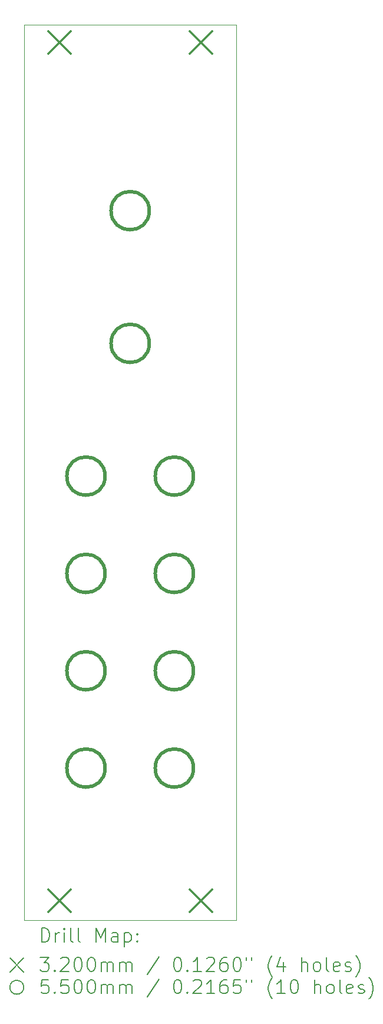
<source format=gbr>
%FSLAX45Y45*%
G04 Gerber Fmt 4.5, Leading zero omitted, Abs format (unit mm)*
G04 Created by KiCad (PCBNEW (6.0.5)) date 2023-05-17 00:43:46*
%MOMM*%
%LPD*%
G01*
G04 APERTURE LIST*
%TA.AperFunction,Profile*%
%ADD10C,0.100000*%
%TD*%
%ADD11C,0.200000*%
%ADD12C,0.320000*%
%ADD13C,0.550000*%
G04 APERTURE END LIST*
D10*
X5715000Y-3048000D02*
X8763000Y-3048000D01*
X8763000Y-3048000D02*
X8763000Y-15898000D01*
X8763000Y-15898000D02*
X5715000Y-15898000D01*
X5715000Y-15898000D02*
X5715000Y-3048000D01*
D11*
D12*
X6063000Y-3142000D02*
X6383000Y-3462000D01*
X6383000Y-3142000D02*
X6063000Y-3462000D01*
X6063000Y-15461000D02*
X6383000Y-15781000D01*
X6383000Y-15461000D02*
X6063000Y-15781000D01*
X8095000Y-3142000D02*
X8415000Y-3462000D01*
X8415000Y-3142000D02*
X8095000Y-3462000D01*
X8095000Y-15461000D02*
X8415000Y-15781000D01*
X8415000Y-15461000D02*
X8095000Y-15781000D01*
D13*
X6879000Y-9525000D02*
G75*
G03*
X6879000Y-9525000I-275000J0D01*
G01*
X6879000Y-10922000D02*
G75*
G03*
X6879000Y-10922000I-275000J0D01*
G01*
X6879000Y-12319000D02*
G75*
G03*
X6879000Y-12319000I-275000J0D01*
G01*
X6879000Y-13716000D02*
G75*
G03*
X6879000Y-13716000I-275000J0D01*
G01*
X7514000Y-5715000D02*
G75*
G03*
X7514000Y-5715000I-275000J0D01*
G01*
X7514000Y-7620000D02*
G75*
G03*
X7514000Y-7620000I-275000J0D01*
G01*
X8149000Y-9525000D02*
G75*
G03*
X8149000Y-9525000I-275000J0D01*
G01*
X8149000Y-10922000D02*
G75*
G03*
X8149000Y-10922000I-275000J0D01*
G01*
X8149000Y-12319000D02*
G75*
G03*
X8149000Y-12319000I-275000J0D01*
G01*
X8149000Y-13716000D02*
G75*
G03*
X8149000Y-13716000I-275000J0D01*
G01*
D11*
X5967619Y-16213476D02*
X5967619Y-16013476D01*
X6015238Y-16013476D01*
X6043809Y-16023000D01*
X6062857Y-16042048D01*
X6072381Y-16061095D01*
X6081905Y-16099190D01*
X6081905Y-16127762D01*
X6072381Y-16165857D01*
X6062857Y-16184905D01*
X6043809Y-16203952D01*
X6015238Y-16213476D01*
X5967619Y-16213476D01*
X6167619Y-16213476D02*
X6167619Y-16080143D01*
X6167619Y-16118238D02*
X6177143Y-16099190D01*
X6186667Y-16089667D01*
X6205714Y-16080143D01*
X6224762Y-16080143D01*
X6291428Y-16213476D02*
X6291428Y-16080143D01*
X6291428Y-16013476D02*
X6281905Y-16023000D01*
X6291428Y-16032524D01*
X6300952Y-16023000D01*
X6291428Y-16013476D01*
X6291428Y-16032524D01*
X6415238Y-16213476D02*
X6396190Y-16203952D01*
X6386667Y-16184905D01*
X6386667Y-16013476D01*
X6520000Y-16213476D02*
X6500952Y-16203952D01*
X6491428Y-16184905D01*
X6491428Y-16013476D01*
X6748571Y-16213476D02*
X6748571Y-16013476D01*
X6815238Y-16156333D01*
X6881905Y-16013476D01*
X6881905Y-16213476D01*
X7062857Y-16213476D02*
X7062857Y-16108714D01*
X7053333Y-16089667D01*
X7034286Y-16080143D01*
X6996190Y-16080143D01*
X6977143Y-16089667D01*
X7062857Y-16203952D02*
X7043809Y-16213476D01*
X6996190Y-16213476D01*
X6977143Y-16203952D01*
X6967619Y-16184905D01*
X6967619Y-16165857D01*
X6977143Y-16146809D01*
X6996190Y-16137286D01*
X7043809Y-16137286D01*
X7062857Y-16127762D01*
X7158095Y-16080143D02*
X7158095Y-16280143D01*
X7158095Y-16089667D02*
X7177143Y-16080143D01*
X7215238Y-16080143D01*
X7234286Y-16089667D01*
X7243809Y-16099190D01*
X7253333Y-16118238D01*
X7253333Y-16175381D01*
X7243809Y-16194428D01*
X7234286Y-16203952D01*
X7215238Y-16213476D01*
X7177143Y-16213476D01*
X7158095Y-16203952D01*
X7339048Y-16194428D02*
X7348571Y-16203952D01*
X7339048Y-16213476D01*
X7329524Y-16203952D01*
X7339048Y-16194428D01*
X7339048Y-16213476D01*
X7339048Y-16089667D02*
X7348571Y-16099190D01*
X7339048Y-16108714D01*
X7329524Y-16099190D01*
X7339048Y-16089667D01*
X7339048Y-16108714D01*
X5510000Y-16443000D02*
X5710000Y-16643000D01*
X5710000Y-16443000D02*
X5510000Y-16643000D01*
X5948571Y-16433476D02*
X6072381Y-16433476D01*
X6005714Y-16509667D01*
X6034286Y-16509667D01*
X6053333Y-16519190D01*
X6062857Y-16528714D01*
X6072381Y-16547762D01*
X6072381Y-16595381D01*
X6062857Y-16614428D01*
X6053333Y-16623952D01*
X6034286Y-16633476D01*
X5977143Y-16633476D01*
X5958095Y-16623952D01*
X5948571Y-16614428D01*
X6158095Y-16614428D02*
X6167619Y-16623952D01*
X6158095Y-16633476D01*
X6148571Y-16623952D01*
X6158095Y-16614428D01*
X6158095Y-16633476D01*
X6243809Y-16452524D02*
X6253333Y-16443000D01*
X6272381Y-16433476D01*
X6320000Y-16433476D01*
X6339048Y-16443000D01*
X6348571Y-16452524D01*
X6358095Y-16471571D01*
X6358095Y-16490619D01*
X6348571Y-16519190D01*
X6234286Y-16633476D01*
X6358095Y-16633476D01*
X6481905Y-16433476D02*
X6500952Y-16433476D01*
X6520000Y-16443000D01*
X6529524Y-16452524D01*
X6539048Y-16471571D01*
X6548571Y-16509667D01*
X6548571Y-16557286D01*
X6539048Y-16595381D01*
X6529524Y-16614428D01*
X6520000Y-16623952D01*
X6500952Y-16633476D01*
X6481905Y-16633476D01*
X6462857Y-16623952D01*
X6453333Y-16614428D01*
X6443809Y-16595381D01*
X6434286Y-16557286D01*
X6434286Y-16509667D01*
X6443809Y-16471571D01*
X6453333Y-16452524D01*
X6462857Y-16443000D01*
X6481905Y-16433476D01*
X6672381Y-16433476D02*
X6691428Y-16433476D01*
X6710476Y-16443000D01*
X6720000Y-16452524D01*
X6729524Y-16471571D01*
X6739048Y-16509667D01*
X6739048Y-16557286D01*
X6729524Y-16595381D01*
X6720000Y-16614428D01*
X6710476Y-16623952D01*
X6691428Y-16633476D01*
X6672381Y-16633476D01*
X6653333Y-16623952D01*
X6643809Y-16614428D01*
X6634286Y-16595381D01*
X6624762Y-16557286D01*
X6624762Y-16509667D01*
X6634286Y-16471571D01*
X6643809Y-16452524D01*
X6653333Y-16443000D01*
X6672381Y-16433476D01*
X6824762Y-16633476D02*
X6824762Y-16500143D01*
X6824762Y-16519190D02*
X6834286Y-16509667D01*
X6853333Y-16500143D01*
X6881905Y-16500143D01*
X6900952Y-16509667D01*
X6910476Y-16528714D01*
X6910476Y-16633476D01*
X6910476Y-16528714D02*
X6920000Y-16509667D01*
X6939048Y-16500143D01*
X6967619Y-16500143D01*
X6986667Y-16509667D01*
X6996190Y-16528714D01*
X6996190Y-16633476D01*
X7091428Y-16633476D02*
X7091428Y-16500143D01*
X7091428Y-16519190D02*
X7100952Y-16509667D01*
X7120000Y-16500143D01*
X7148571Y-16500143D01*
X7167619Y-16509667D01*
X7177143Y-16528714D01*
X7177143Y-16633476D01*
X7177143Y-16528714D02*
X7186667Y-16509667D01*
X7205714Y-16500143D01*
X7234286Y-16500143D01*
X7253333Y-16509667D01*
X7262857Y-16528714D01*
X7262857Y-16633476D01*
X7653333Y-16423952D02*
X7481905Y-16681095D01*
X7910476Y-16433476D02*
X7929524Y-16433476D01*
X7948571Y-16443000D01*
X7958095Y-16452524D01*
X7967619Y-16471571D01*
X7977143Y-16509667D01*
X7977143Y-16557286D01*
X7967619Y-16595381D01*
X7958095Y-16614428D01*
X7948571Y-16623952D01*
X7929524Y-16633476D01*
X7910476Y-16633476D01*
X7891428Y-16623952D01*
X7881905Y-16614428D01*
X7872381Y-16595381D01*
X7862857Y-16557286D01*
X7862857Y-16509667D01*
X7872381Y-16471571D01*
X7881905Y-16452524D01*
X7891428Y-16443000D01*
X7910476Y-16433476D01*
X8062857Y-16614428D02*
X8072381Y-16623952D01*
X8062857Y-16633476D01*
X8053333Y-16623952D01*
X8062857Y-16614428D01*
X8062857Y-16633476D01*
X8262857Y-16633476D02*
X8148571Y-16633476D01*
X8205714Y-16633476D02*
X8205714Y-16433476D01*
X8186667Y-16462048D01*
X8167619Y-16481095D01*
X8148571Y-16490619D01*
X8339048Y-16452524D02*
X8348571Y-16443000D01*
X8367619Y-16433476D01*
X8415238Y-16433476D01*
X8434286Y-16443000D01*
X8443810Y-16452524D01*
X8453333Y-16471571D01*
X8453333Y-16490619D01*
X8443810Y-16519190D01*
X8329524Y-16633476D01*
X8453333Y-16633476D01*
X8624762Y-16433476D02*
X8586667Y-16433476D01*
X8567619Y-16443000D01*
X8558095Y-16452524D01*
X8539048Y-16481095D01*
X8529524Y-16519190D01*
X8529524Y-16595381D01*
X8539048Y-16614428D01*
X8548571Y-16623952D01*
X8567619Y-16633476D01*
X8605714Y-16633476D01*
X8624762Y-16623952D01*
X8634286Y-16614428D01*
X8643810Y-16595381D01*
X8643810Y-16547762D01*
X8634286Y-16528714D01*
X8624762Y-16519190D01*
X8605714Y-16509667D01*
X8567619Y-16509667D01*
X8548571Y-16519190D01*
X8539048Y-16528714D01*
X8529524Y-16547762D01*
X8767619Y-16433476D02*
X8786667Y-16433476D01*
X8805714Y-16443000D01*
X8815238Y-16452524D01*
X8824762Y-16471571D01*
X8834286Y-16509667D01*
X8834286Y-16557286D01*
X8824762Y-16595381D01*
X8815238Y-16614428D01*
X8805714Y-16623952D01*
X8786667Y-16633476D01*
X8767619Y-16633476D01*
X8748571Y-16623952D01*
X8739048Y-16614428D01*
X8729524Y-16595381D01*
X8720000Y-16557286D01*
X8720000Y-16509667D01*
X8729524Y-16471571D01*
X8739048Y-16452524D01*
X8748571Y-16443000D01*
X8767619Y-16433476D01*
X8910476Y-16433476D02*
X8910476Y-16471571D01*
X8986667Y-16433476D02*
X8986667Y-16471571D01*
X9281905Y-16709667D02*
X9272381Y-16700143D01*
X9253333Y-16671571D01*
X9243810Y-16652524D01*
X9234286Y-16623952D01*
X9224762Y-16576333D01*
X9224762Y-16538238D01*
X9234286Y-16490619D01*
X9243810Y-16462048D01*
X9253333Y-16443000D01*
X9272381Y-16414428D01*
X9281905Y-16404905D01*
X9443810Y-16500143D02*
X9443810Y-16633476D01*
X9396190Y-16423952D02*
X9348571Y-16566809D01*
X9472381Y-16566809D01*
X9700952Y-16633476D02*
X9700952Y-16433476D01*
X9786667Y-16633476D02*
X9786667Y-16528714D01*
X9777143Y-16509667D01*
X9758095Y-16500143D01*
X9729524Y-16500143D01*
X9710476Y-16509667D01*
X9700952Y-16519190D01*
X9910476Y-16633476D02*
X9891429Y-16623952D01*
X9881905Y-16614428D01*
X9872381Y-16595381D01*
X9872381Y-16538238D01*
X9881905Y-16519190D01*
X9891429Y-16509667D01*
X9910476Y-16500143D01*
X9939048Y-16500143D01*
X9958095Y-16509667D01*
X9967619Y-16519190D01*
X9977143Y-16538238D01*
X9977143Y-16595381D01*
X9967619Y-16614428D01*
X9958095Y-16623952D01*
X9939048Y-16633476D01*
X9910476Y-16633476D01*
X10091429Y-16633476D02*
X10072381Y-16623952D01*
X10062857Y-16604905D01*
X10062857Y-16433476D01*
X10243810Y-16623952D02*
X10224762Y-16633476D01*
X10186667Y-16633476D01*
X10167619Y-16623952D01*
X10158095Y-16604905D01*
X10158095Y-16528714D01*
X10167619Y-16509667D01*
X10186667Y-16500143D01*
X10224762Y-16500143D01*
X10243810Y-16509667D01*
X10253333Y-16528714D01*
X10253333Y-16547762D01*
X10158095Y-16566809D01*
X10329524Y-16623952D02*
X10348571Y-16633476D01*
X10386667Y-16633476D01*
X10405714Y-16623952D01*
X10415238Y-16604905D01*
X10415238Y-16595381D01*
X10405714Y-16576333D01*
X10386667Y-16566809D01*
X10358095Y-16566809D01*
X10339048Y-16557286D01*
X10329524Y-16538238D01*
X10329524Y-16528714D01*
X10339048Y-16509667D01*
X10358095Y-16500143D01*
X10386667Y-16500143D01*
X10405714Y-16509667D01*
X10481905Y-16709667D02*
X10491429Y-16700143D01*
X10510476Y-16671571D01*
X10520000Y-16652524D01*
X10529524Y-16623952D01*
X10539048Y-16576333D01*
X10539048Y-16538238D01*
X10529524Y-16490619D01*
X10520000Y-16462048D01*
X10510476Y-16443000D01*
X10491429Y-16414428D01*
X10481905Y-16404905D01*
X5710000Y-16863000D02*
G75*
G03*
X5710000Y-16863000I-100000J0D01*
G01*
X6062857Y-16753476D02*
X5967619Y-16753476D01*
X5958095Y-16848714D01*
X5967619Y-16839190D01*
X5986667Y-16829667D01*
X6034286Y-16829667D01*
X6053333Y-16839190D01*
X6062857Y-16848714D01*
X6072381Y-16867762D01*
X6072381Y-16915381D01*
X6062857Y-16934429D01*
X6053333Y-16943952D01*
X6034286Y-16953476D01*
X5986667Y-16953476D01*
X5967619Y-16943952D01*
X5958095Y-16934429D01*
X6158095Y-16934429D02*
X6167619Y-16943952D01*
X6158095Y-16953476D01*
X6148571Y-16943952D01*
X6158095Y-16934429D01*
X6158095Y-16953476D01*
X6348571Y-16753476D02*
X6253333Y-16753476D01*
X6243809Y-16848714D01*
X6253333Y-16839190D01*
X6272381Y-16829667D01*
X6320000Y-16829667D01*
X6339048Y-16839190D01*
X6348571Y-16848714D01*
X6358095Y-16867762D01*
X6358095Y-16915381D01*
X6348571Y-16934429D01*
X6339048Y-16943952D01*
X6320000Y-16953476D01*
X6272381Y-16953476D01*
X6253333Y-16943952D01*
X6243809Y-16934429D01*
X6481905Y-16753476D02*
X6500952Y-16753476D01*
X6520000Y-16763000D01*
X6529524Y-16772524D01*
X6539048Y-16791571D01*
X6548571Y-16829667D01*
X6548571Y-16877286D01*
X6539048Y-16915381D01*
X6529524Y-16934429D01*
X6520000Y-16943952D01*
X6500952Y-16953476D01*
X6481905Y-16953476D01*
X6462857Y-16943952D01*
X6453333Y-16934429D01*
X6443809Y-16915381D01*
X6434286Y-16877286D01*
X6434286Y-16829667D01*
X6443809Y-16791571D01*
X6453333Y-16772524D01*
X6462857Y-16763000D01*
X6481905Y-16753476D01*
X6672381Y-16753476D02*
X6691428Y-16753476D01*
X6710476Y-16763000D01*
X6720000Y-16772524D01*
X6729524Y-16791571D01*
X6739048Y-16829667D01*
X6739048Y-16877286D01*
X6729524Y-16915381D01*
X6720000Y-16934429D01*
X6710476Y-16943952D01*
X6691428Y-16953476D01*
X6672381Y-16953476D01*
X6653333Y-16943952D01*
X6643809Y-16934429D01*
X6634286Y-16915381D01*
X6624762Y-16877286D01*
X6624762Y-16829667D01*
X6634286Y-16791571D01*
X6643809Y-16772524D01*
X6653333Y-16763000D01*
X6672381Y-16753476D01*
X6824762Y-16953476D02*
X6824762Y-16820143D01*
X6824762Y-16839190D02*
X6834286Y-16829667D01*
X6853333Y-16820143D01*
X6881905Y-16820143D01*
X6900952Y-16829667D01*
X6910476Y-16848714D01*
X6910476Y-16953476D01*
X6910476Y-16848714D02*
X6920000Y-16829667D01*
X6939048Y-16820143D01*
X6967619Y-16820143D01*
X6986667Y-16829667D01*
X6996190Y-16848714D01*
X6996190Y-16953476D01*
X7091428Y-16953476D02*
X7091428Y-16820143D01*
X7091428Y-16839190D02*
X7100952Y-16829667D01*
X7120000Y-16820143D01*
X7148571Y-16820143D01*
X7167619Y-16829667D01*
X7177143Y-16848714D01*
X7177143Y-16953476D01*
X7177143Y-16848714D02*
X7186667Y-16829667D01*
X7205714Y-16820143D01*
X7234286Y-16820143D01*
X7253333Y-16829667D01*
X7262857Y-16848714D01*
X7262857Y-16953476D01*
X7653333Y-16743952D02*
X7481905Y-17001095D01*
X7910476Y-16753476D02*
X7929524Y-16753476D01*
X7948571Y-16763000D01*
X7958095Y-16772524D01*
X7967619Y-16791571D01*
X7977143Y-16829667D01*
X7977143Y-16877286D01*
X7967619Y-16915381D01*
X7958095Y-16934429D01*
X7948571Y-16943952D01*
X7929524Y-16953476D01*
X7910476Y-16953476D01*
X7891428Y-16943952D01*
X7881905Y-16934429D01*
X7872381Y-16915381D01*
X7862857Y-16877286D01*
X7862857Y-16829667D01*
X7872381Y-16791571D01*
X7881905Y-16772524D01*
X7891428Y-16763000D01*
X7910476Y-16753476D01*
X8062857Y-16934429D02*
X8072381Y-16943952D01*
X8062857Y-16953476D01*
X8053333Y-16943952D01*
X8062857Y-16934429D01*
X8062857Y-16953476D01*
X8148571Y-16772524D02*
X8158095Y-16763000D01*
X8177143Y-16753476D01*
X8224762Y-16753476D01*
X8243809Y-16763000D01*
X8253333Y-16772524D01*
X8262857Y-16791571D01*
X8262857Y-16810619D01*
X8253333Y-16839190D01*
X8139048Y-16953476D01*
X8262857Y-16953476D01*
X8453333Y-16953476D02*
X8339048Y-16953476D01*
X8396190Y-16953476D02*
X8396190Y-16753476D01*
X8377143Y-16782048D01*
X8358095Y-16801095D01*
X8339048Y-16810619D01*
X8624762Y-16753476D02*
X8586667Y-16753476D01*
X8567619Y-16763000D01*
X8558095Y-16772524D01*
X8539048Y-16801095D01*
X8529524Y-16839190D01*
X8529524Y-16915381D01*
X8539048Y-16934429D01*
X8548571Y-16943952D01*
X8567619Y-16953476D01*
X8605714Y-16953476D01*
X8624762Y-16943952D01*
X8634286Y-16934429D01*
X8643810Y-16915381D01*
X8643810Y-16867762D01*
X8634286Y-16848714D01*
X8624762Y-16839190D01*
X8605714Y-16829667D01*
X8567619Y-16829667D01*
X8548571Y-16839190D01*
X8539048Y-16848714D01*
X8529524Y-16867762D01*
X8824762Y-16753476D02*
X8729524Y-16753476D01*
X8720000Y-16848714D01*
X8729524Y-16839190D01*
X8748571Y-16829667D01*
X8796190Y-16829667D01*
X8815238Y-16839190D01*
X8824762Y-16848714D01*
X8834286Y-16867762D01*
X8834286Y-16915381D01*
X8824762Y-16934429D01*
X8815238Y-16943952D01*
X8796190Y-16953476D01*
X8748571Y-16953476D01*
X8729524Y-16943952D01*
X8720000Y-16934429D01*
X8910476Y-16753476D02*
X8910476Y-16791571D01*
X8986667Y-16753476D02*
X8986667Y-16791571D01*
X9281905Y-17029667D02*
X9272381Y-17020143D01*
X9253333Y-16991571D01*
X9243810Y-16972524D01*
X9234286Y-16943952D01*
X9224762Y-16896333D01*
X9224762Y-16858238D01*
X9234286Y-16810619D01*
X9243810Y-16782048D01*
X9253333Y-16763000D01*
X9272381Y-16734428D01*
X9281905Y-16724905D01*
X9462857Y-16953476D02*
X9348571Y-16953476D01*
X9405714Y-16953476D02*
X9405714Y-16753476D01*
X9386667Y-16782048D01*
X9367619Y-16801095D01*
X9348571Y-16810619D01*
X9586667Y-16753476D02*
X9605714Y-16753476D01*
X9624762Y-16763000D01*
X9634286Y-16772524D01*
X9643810Y-16791571D01*
X9653333Y-16829667D01*
X9653333Y-16877286D01*
X9643810Y-16915381D01*
X9634286Y-16934429D01*
X9624762Y-16943952D01*
X9605714Y-16953476D01*
X9586667Y-16953476D01*
X9567619Y-16943952D01*
X9558095Y-16934429D01*
X9548571Y-16915381D01*
X9539048Y-16877286D01*
X9539048Y-16829667D01*
X9548571Y-16791571D01*
X9558095Y-16772524D01*
X9567619Y-16763000D01*
X9586667Y-16753476D01*
X9891429Y-16953476D02*
X9891429Y-16753476D01*
X9977143Y-16953476D02*
X9977143Y-16848714D01*
X9967619Y-16829667D01*
X9948571Y-16820143D01*
X9920000Y-16820143D01*
X9900952Y-16829667D01*
X9891429Y-16839190D01*
X10100952Y-16953476D02*
X10081905Y-16943952D01*
X10072381Y-16934429D01*
X10062857Y-16915381D01*
X10062857Y-16858238D01*
X10072381Y-16839190D01*
X10081905Y-16829667D01*
X10100952Y-16820143D01*
X10129524Y-16820143D01*
X10148571Y-16829667D01*
X10158095Y-16839190D01*
X10167619Y-16858238D01*
X10167619Y-16915381D01*
X10158095Y-16934429D01*
X10148571Y-16943952D01*
X10129524Y-16953476D01*
X10100952Y-16953476D01*
X10281905Y-16953476D02*
X10262857Y-16943952D01*
X10253333Y-16924905D01*
X10253333Y-16753476D01*
X10434286Y-16943952D02*
X10415238Y-16953476D01*
X10377143Y-16953476D01*
X10358095Y-16943952D01*
X10348571Y-16924905D01*
X10348571Y-16848714D01*
X10358095Y-16829667D01*
X10377143Y-16820143D01*
X10415238Y-16820143D01*
X10434286Y-16829667D01*
X10443810Y-16848714D01*
X10443810Y-16867762D01*
X10348571Y-16886810D01*
X10520000Y-16943952D02*
X10539048Y-16953476D01*
X10577143Y-16953476D01*
X10596190Y-16943952D01*
X10605714Y-16924905D01*
X10605714Y-16915381D01*
X10596190Y-16896333D01*
X10577143Y-16886810D01*
X10548571Y-16886810D01*
X10529524Y-16877286D01*
X10520000Y-16858238D01*
X10520000Y-16848714D01*
X10529524Y-16829667D01*
X10548571Y-16820143D01*
X10577143Y-16820143D01*
X10596190Y-16829667D01*
X10672381Y-17029667D02*
X10681905Y-17020143D01*
X10700952Y-16991571D01*
X10710476Y-16972524D01*
X10720000Y-16943952D01*
X10729524Y-16896333D01*
X10729524Y-16858238D01*
X10720000Y-16810619D01*
X10710476Y-16782048D01*
X10700952Y-16763000D01*
X10681905Y-16734428D01*
X10672381Y-16724905D01*
M02*

</source>
